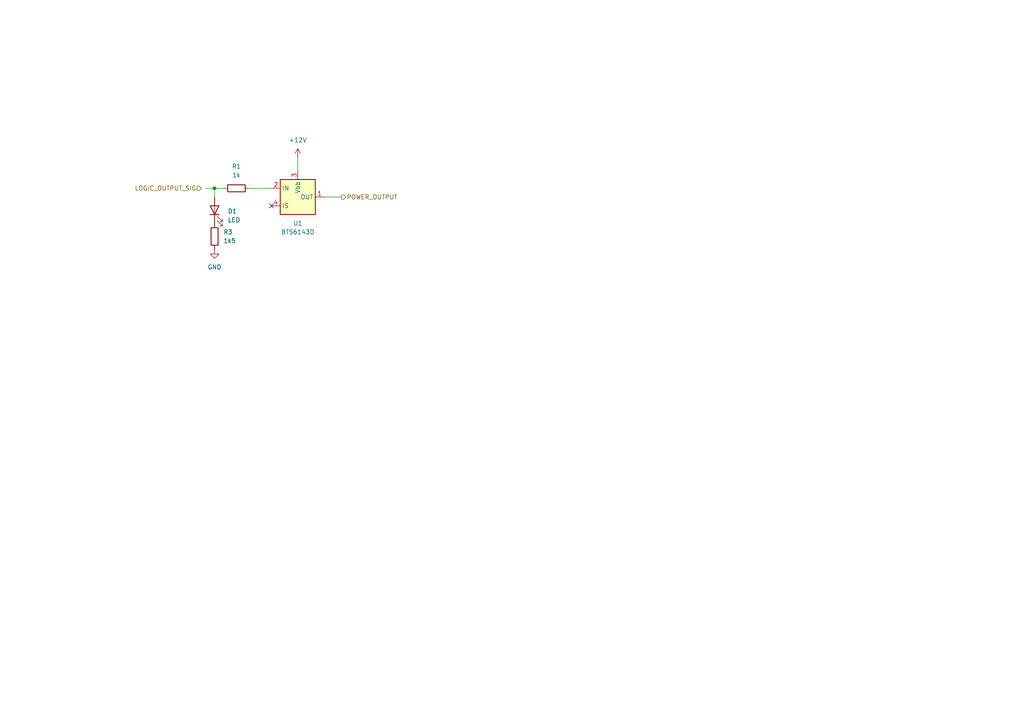
<source format=kicad_sch>
(kicad_sch (version 20211123) (generator eeschema)
  (paper "A4")
  (lib_symbols
    (symbol "Device:LED" (pin_numbers hide) (pin_names (offset 1.016) hide)
      (property "Reference" "D" (at 0 2.54 0))
      (property "Value" "LED" (at 0 -2.54 0))
      (symbol "LED_0_1"
        (polyline (pts (xy -1.27 -1.27) (xy -1.27 1.27)) (stroke (width 0.254)))
        (polyline (pts (xy -1.27 0) (xy 1.27 0)))
        (polyline (pts (xy 1.27 -1.27) (xy 1.27 1.27) (xy -1.27 0) (xy 1.27 -1.27)) (stroke (width 0.254)))
        (polyline (pts (xy -3.048 -0.762) (xy -4.572 -2.286) (xy -3.81 -2.286) (xy -4.572 -2.286) (xy -4.572 -1.524)))
        (polyline (pts (xy -1.778 -0.762) (xy -3.302 -2.286) (xy -2.54 -2.286) (xy -3.302 -2.286) (xy -3.302 -1.524)))
      )
      (symbol "LED_1_1"
        (pin passive line (at -3.81 0 0) (length 2.54) (name "K") (number "1"))
        (pin passive line (at 3.81 0 180) (length 2.54) (name "A") (number "2"))
      )
    )
    (symbol "Device:R" (pin_numbers hide) (pin_names (offset 0))
      (property "Reference" "R" (at 2.032 0 90))
      (property "Value" "R" (at 0 0 90))
      (symbol "R_0_1"
        (rectangle (start -1.016 -2.54) (end 1.016 2.54) (stroke (width 0.254)))
      )
      (symbol "R_1_1"
        (pin passive line (at 0 3.81 270) (length 1.27) (name "~") (number "1"))
        (pin passive line (at 0 -3.81 90) (length 1.27) (name "~") (number "2"))
      )
    )
    (symbol "Power_Management:BTS6143D"
      (property "Reference" "U" (at -5.08 6.35 0))
      (property "Value" "BTS6143D" (at 8.89 6.35 0))
      (symbol "BTS6143D_0_1"
        (rectangle (start -5.08 5.08) (end 5.08 -5.08) (stroke (width 0.254)) (fill (type background)))
      )
      (symbol "BTS6143D_1_1"
        (pin power_out line (at 7.62 0 180) (length 2.54) (name "OUT") (number "1"))
        (pin input line (at -7.62 2.54 0) (length 2.54) (name "IN") (number "2"))
        (pin power_in line (at 0 7.62 270) (length 2.54) (name "Vbb") (number "3"))
        (pin output line (at -7.62 -2.54 0) (length 2.54) (name "IS") (number "4"))
        (pin passive line (at 7.62 0 180) (length 2.54) hide (name "OUT") (number "5"))
      )
    )
    (symbol "power:+12V" (power) (pin_names (offset 0))
      (property "Value" "+12V" (at 0 3.556 0))
      (symbol "+12V_0_1"
        (polyline (pts (xy -0.762 1.27) (xy 0 2.54)))
        (polyline (pts (xy 0 0) (xy 0 2.54)))
        (polyline (pts (xy 0 2.54) (xy 0.762 1.27)))
      )
      (symbol "+12V_1_1"
        (pin power_in line (at 0 0 90) (length 0) hide (name "+12V") (number "1"))
      )
    )
    (symbol "power:GND" (power) (pin_names (offset 0))
      (property "Value" "GND" (at 0 -3.81 0))
      (symbol "GND_0_1"
        (polyline (pts (xy 0 0) (xy 0 -1.27) (xy 1.27 -1.27) (xy 0 -2.54) (xy -1.27 -1.27) (xy 0 -1.27)))
      )
      (symbol "GND_1_1"
        (pin power_in line (at 0 0 270) (length 0) hide (name "GND") (number "1"))
      )
    )
  )
  (junction (at 62.23 54.61))
  (no_connect (at 78.74 59.69))
  (wire (pts (xy 59.69 54.61) (xy 62.23 54.61)))
  (wire (pts (xy 62.23 54.61) (xy 62.23 57.15)))
  (wire (pts (xy 93.98 57.15) (xy 99.06 57.15)))
  (wire (pts (xy 62.23 54.61) (xy 64.77 54.61)))
  (wire (pts (xy 86.36 45.72) (xy 86.36 49.53)))
  (wire (pts (xy 72.39 54.61) (xy 78.74 54.61)))
  (hierarchical_label "LOGIC_OUTPUT_SIG" (shape input) (at 58.42 54.61 180))
  (hierarchical_label "POWER_OUTPUT" (shape output) (at 99.06 57.15 0))
  (symbol (lib_id "power:+12V") (at 86.36 45.72 0) (unit 1)
    (property "Reference" "#PWR02" (effects hide))
    (property "Value" "+12V" (at 86.36 40.64 0))
  )
  (symbol (lib_id "Power_Management:BTS6143D") (at 86.36 57.15 0) (unit 1)
    (property "Reference" "U1" (at 86.36 64.77 0))
    (property "Value" "BTS6143D" (at 86.36 67.31 0))
    (property "Footprint" "Package_TO_SOT_SMD:TO-252-4" (effects hide))
    (property "Datasheet" "http://www.infineon.com/dgdl/Infineon-BTS6143D-DS-v01_00-EN.pdf?fileId=5546d4625a888733015aa3da10821022" (effects hide))
  )
  (symbol (lib_id "power:GND") (at 62.23 72.39 0) (unit 1)
    (property "Reference" "#PWR01" (effects hide))
    (property "Value" "GND" (at 62.23 77.47 0))
  )
  (symbol (lib_id "Device:R") (at 62.23 68.58 180) (unit 1)
    (property "Reference" "R3" (at 64.77 67.3099 0) (effects (justify right)))
    (property "Value" "1k5" (at 64.77 69.8499 0) (effects (justify right)))
    (property "Footprint" "Resistor_SMD:R_0805_2012Metric_Pad1.20x1.40mm_HandSolder" (effects hide))
  )
  (symbol (lib_id "Device:LED") (at 62.23 60.96 90) (unit 1)
    (property "Reference" "D1" (at 66.04 61.2774 90) (effects (justify right)))
    (property "Value" "LED" (at 66.04 63.8174 90) (effects (justify right)))
    (property "Footprint" "LED_SMD:LED_0805_2012Metric_Pad1.15x1.40mm_HandSolder" (effects hide))
  )
  (symbol (lib_id "Device:R") (at 68.58 54.61 90) (unit 1)
    (property "Reference" "R1" (at 68.58 48.26 90))
    (property "Value" "1k" (at 68.58 50.8 90))
    (property "Footprint" "Resistor_SMD:R_0805_2012Metric_Pad1.20x1.40mm_HandSolder" (effects hide))
  )
)
</source>
